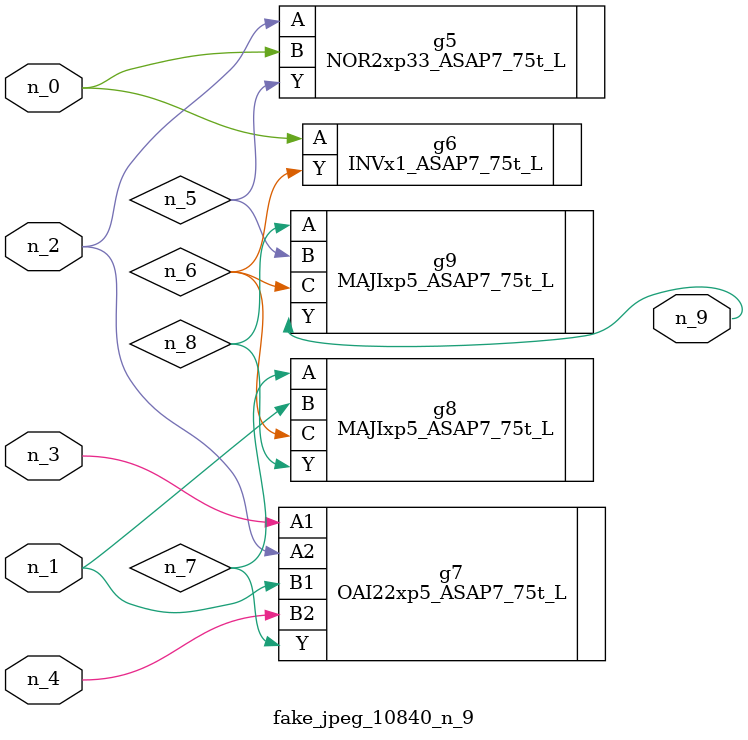
<source format=v>
module fake_jpeg_10840_n_9 (n_3, n_2, n_1, n_0, n_4, n_9);

input n_3;
input n_2;
input n_1;
input n_0;
input n_4;

output n_9;

wire n_8;
wire n_6;
wire n_5;
wire n_7;

NOR2xp33_ASAP7_75t_L g5 ( 
.A(n_2),
.B(n_0),
.Y(n_5)
);

INVx1_ASAP7_75t_L g6 ( 
.A(n_0),
.Y(n_6)
);

OAI22xp5_ASAP7_75t_L g7 ( 
.A1(n_3),
.A2(n_2),
.B1(n_1),
.B2(n_4),
.Y(n_7)
);

MAJIxp5_ASAP7_75t_L g8 ( 
.A(n_7),
.B(n_1),
.C(n_6),
.Y(n_8)
);

MAJIxp5_ASAP7_75t_L g9 ( 
.A(n_8),
.B(n_5),
.C(n_6),
.Y(n_9)
);


endmodule
</source>
